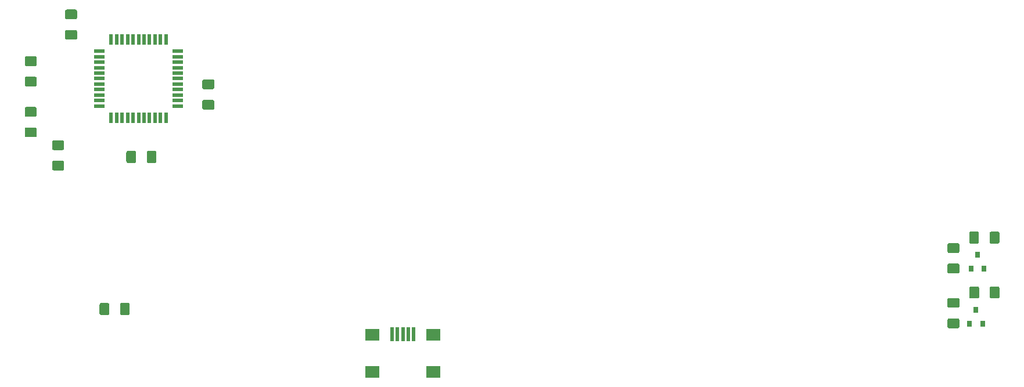
<source format=gbr>
G04 #@! TF.GenerationSoftware,KiCad,Pcbnew,(5.1.5)-2*
G04 #@! TF.CreationDate,2020-10-07T17:42:30-06:00*
G04 #@! TF.ProjectId,Pi-A3-Game-Console,50692d41-332d-4476-916d-652d436f6e73,rev?*
G04 #@! TF.SameCoordinates,Original*
G04 #@! TF.FileFunction,Paste,Bot*
G04 #@! TF.FilePolarity,Positive*
%FSLAX46Y46*%
G04 Gerber Fmt 4.6, Leading zero omitted, Abs format (unit mm)*
G04 Created by KiCad (PCBNEW (5.1.5)-2) date 2020-10-07 17:42:30*
%MOMM*%
%LPD*%
G04 APERTURE LIST*
%ADD10C,0.100000*%
%ADD11R,0.800000X0.900000*%
%ADD12R,0.500000X2.000000*%
%ADD13R,2.000000X1.700000*%
%ADD14R,1.500000X0.550000*%
%ADD15R,0.550000X1.500000*%
G04 APERTURE END LIST*
D10*
G36*
X188011504Y-102126204D02*
G01*
X188035773Y-102129804D01*
X188059571Y-102135765D01*
X188082671Y-102144030D01*
X188104849Y-102154520D01*
X188125893Y-102167133D01*
X188145598Y-102181747D01*
X188163777Y-102198223D01*
X188180253Y-102216402D01*
X188194867Y-102236107D01*
X188207480Y-102257151D01*
X188217970Y-102279329D01*
X188226235Y-102302429D01*
X188232196Y-102326227D01*
X188235796Y-102350496D01*
X188237000Y-102375000D01*
X188237000Y-103625000D01*
X188235796Y-103649504D01*
X188232196Y-103673773D01*
X188226235Y-103697571D01*
X188217970Y-103720671D01*
X188207480Y-103742849D01*
X188194867Y-103763893D01*
X188180253Y-103783598D01*
X188163777Y-103801777D01*
X188145598Y-103818253D01*
X188125893Y-103832867D01*
X188104849Y-103845480D01*
X188082671Y-103855970D01*
X188059571Y-103864235D01*
X188035773Y-103870196D01*
X188011504Y-103873796D01*
X187987000Y-103875000D01*
X187062000Y-103875000D01*
X187037496Y-103873796D01*
X187013227Y-103870196D01*
X186989429Y-103864235D01*
X186966329Y-103855970D01*
X186944151Y-103845480D01*
X186923107Y-103832867D01*
X186903402Y-103818253D01*
X186885223Y-103801777D01*
X186868747Y-103783598D01*
X186854133Y-103763893D01*
X186841520Y-103742849D01*
X186831030Y-103720671D01*
X186822765Y-103697571D01*
X186816804Y-103673773D01*
X186813204Y-103649504D01*
X186812000Y-103625000D01*
X186812000Y-102375000D01*
X186813204Y-102350496D01*
X186816804Y-102326227D01*
X186822765Y-102302429D01*
X186831030Y-102279329D01*
X186841520Y-102257151D01*
X186854133Y-102236107D01*
X186868747Y-102216402D01*
X186885223Y-102198223D01*
X186903402Y-102181747D01*
X186923107Y-102167133D01*
X186944151Y-102154520D01*
X186966329Y-102144030D01*
X186989429Y-102135765D01*
X187013227Y-102129804D01*
X187037496Y-102126204D01*
X187062000Y-102125000D01*
X187987000Y-102125000D01*
X188011504Y-102126204D01*
G37*
G36*
X190986504Y-102126204D02*
G01*
X191010773Y-102129804D01*
X191034571Y-102135765D01*
X191057671Y-102144030D01*
X191079849Y-102154520D01*
X191100893Y-102167133D01*
X191120598Y-102181747D01*
X191138777Y-102198223D01*
X191155253Y-102216402D01*
X191169867Y-102236107D01*
X191182480Y-102257151D01*
X191192970Y-102279329D01*
X191201235Y-102302429D01*
X191207196Y-102326227D01*
X191210796Y-102350496D01*
X191212000Y-102375000D01*
X191212000Y-103625000D01*
X191210796Y-103649504D01*
X191207196Y-103673773D01*
X191201235Y-103697571D01*
X191192970Y-103720671D01*
X191182480Y-103742849D01*
X191169867Y-103763893D01*
X191155253Y-103783598D01*
X191138777Y-103801777D01*
X191120598Y-103818253D01*
X191100893Y-103832867D01*
X191079849Y-103845480D01*
X191057671Y-103855970D01*
X191034571Y-103864235D01*
X191010773Y-103870196D01*
X190986504Y-103873796D01*
X190962000Y-103875000D01*
X190037000Y-103875000D01*
X190012496Y-103873796D01*
X189988227Y-103870196D01*
X189964429Y-103864235D01*
X189941329Y-103855970D01*
X189919151Y-103845480D01*
X189898107Y-103832867D01*
X189878402Y-103818253D01*
X189860223Y-103801777D01*
X189843747Y-103783598D01*
X189829133Y-103763893D01*
X189816520Y-103742849D01*
X189806030Y-103720671D01*
X189797765Y-103697571D01*
X189791804Y-103673773D01*
X189788204Y-103649504D01*
X189787000Y-103625000D01*
X189787000Y-102375000D01*
X189788204Y-102350496D01*
X189791804Y-102326227D01*
X189797765Y-102302429D01*
X189806030Y-102279329D01*
X189816520Y-102257151D01*
X189829133Y-102236107D01*
X189843747Y-102216402D01*
X189860223Y-102198223D01*
X189878402Y-102181747D01*
X189898107Y-102167133D01*
X189919151Y-102154520D01*
X189941329Y-102144030D01*
X189964429Y-102135765D01*
X189988227Y-102129804D01*
X190012496Y-102126204D01*
X190037000Y-102125000D01*
X190962000Y-102125000D01*
X190986504Y-102126204D01*
G37*
G36*
X187999504Y-94126204D02*
G01*
X188023773Y-94129804D01*
X188047571Y-94135765D01*
X188070671Y-94144030D01*
X188092849Y-94154520D01*
X188113893Y-94167133D01*
X188133598Y-94181747D01*
X188151777Y-94198223D01*
X188168253Y-94216402D01*
X188182867Y-94236107D01*
X188195480Y-94257151D01*
X188205970Y-94279329D01*
X188214235Y-94302429D01*
X188220196Y-94326227D01*
X188223796Y-94350496D01*
X188225000Y-94375000D01*
X188225000Y-95625000D01*
X188223796Y-95649504D01*
X188220196Y-95673773D01*
X188214235Y-95697571D01*
X188205970Y-95720671D01*
X188195480Y-95742849D01*
X188182867Y-95763893D01*
X188168253Y-95783598D01*
X188151777Y-95801777D01*
X188133598Y-95818253D01*
X188113893Y-95832867D01*
X188092849Y-95845480D01*
X188070671Y-95855970D01*
X188047571Y-95864235D01*
X188023773Y-95870196D01*
X187999504Y-95873796D01*
X187975000Y-95875000D01*
X187050000Y-95875000D01*
X187025496Y-95873796D01*
X187001227Y-95870196D01*
X186977429Y-95864235D01*
X186954329Y-95855970D01*
X186932151Y-95845480D01*
X186911107Y-95832867D01*
X186891402Y-95818253D01*
X186873223Y-95801777D01*
X186856747Y-95783598D01*
X186842133Y-95763893D01*
X186829520Y-95742849D01*
X186819030Y-95720671D01*
X186810765Y-95697571D01*
X186804804Y-95673773D01*
X186801204Y-95649504D01*
X186800000Y-95625000D01*
X186800000Y-94375000D01*
X186801204Y-94350496D01*
X186804804Y-94326227D01*
X186810765Y-94302429D01*
X186819030Y-94279329D01*
X186829520Y-94257151D01*
X186842133Y-94236107D01*
X186856747Y-94216402D01*
X186873223Y-94198223D01*
X186891402Y-94181747D01*
X186911107Y-94167133D01*
X186932151Y-94154520D01*
X186954329Y-94144030D01*
X186977429Y-94135765D01*
X187001227Y-94129804D01*
X187025496Y-94126204D01*
X187050000Y-94125000D01*
X187975000Y-94125000D01*
X187999504Y-94126204D01*
G37*
G36*
X190974504Y-94126204D02*
G01*
X190998773Y-94129804D01*
X191022571Y-94135765D01*
X191045671Y-94144030D01*
X191067849Y-94154520D01*
X191088893Y-94167133D01*
X191108598Y-94181747D01*
X191126777Y-94198223D01*
X191143253Y-94216402D01*
X191157867Y-94236107D01*
X191170480Y-94257151D01*
X191180970Y-94279329D01*
X191189235Y-94302429D01*
X191195196Y-94326227D01*
X191198796Y-94350496D01*
X191200000Y-94375000D01*
X191200000Y-95625000D01*
X191198796Y-95649504D01*
X191195196Y-95673773D01*
X191189235Y-95697571D01*
X191180970Y-95720671D01*
X191170480Y-95742849D01*
X191157867Y-95763893D01*
X191143253Y-95783598D01*
X191126777Y-95801777D01*
X191108598Y-95818253D01*
X191088893Y-95832867D01*
X191067849Y-95845480D01*
X191045671Y-95855970D01*
X191022571Y-95864235D01*
X190998773Y-95870196D01*
X190974504Y-95873796D01*
X190950000Y-95875000D01*
X190025000Y-95875000D01*
X190000496Y-95873796D01*
X189976227Y-95870196D01*
X189952429Y-95864235D01*
X189929329Y-95855970D01*
X189907151Y-95845480D01*
X189886107Y-95832867D01*
X189866402Y-95818253D01*
X189848223Y-95801777D01*
X189831747Y-95783598D01*
X189817133Y-95763893D01*
X189804520Y-95742849D01*
X189794030Y-95720671D01*
X189785765Y-95697571D01*
X189779804Y-95673773D01*
X189776204Y-95649504D01*
X189775000Y-95625000D01*
X189775000Y-94375000D01*
X189776204Y-94350496D01*
X189779804Y-94326227D01*
X189785765Y-94302429D01*
X189794030Y-94279329D01*
X189804520Y-94257151D01*
X189817133Y-94236107D01*
X189831747Y-94216402D01*
X189848223Y-94198223D01*
X189866402Y-94181747D01*
X189886107Y-94167133D01*
X189907151Y-94154520D01*
X189929329Y-94144030D01*
X189952429Y-94135765D01*
X189976227Y-94129804D01*
X190000496Y-94126204D01*
X190025000Y-94125000D01*
X190950000Y-94125000D01*
X190974504Y-94126204D01*
G37*
G36*
X185149504Y-106788204D02*
G01*
X185173773Y-106791804D01*
X185197571Y-106797765D01*
X185220671Y-106806030D01*
X185242849Y-106816520D01*
X185263893Y-106829133D01*
X185283598Y-106843747D01*
X185301777Y-106860223D01*
X185318253Y-106878402D01*
X185332867Y-106898107D01*
X185345480Y-106919151D01*
X185355970Y-106941329D01*
X185364235Y-106964429D01*
X185370196Y-106988227D01*
X185373796Y-107012496D01*
X185375000Y-107037000D01*
X185375000Y-107962000D01*
X185373796Y-107986504D01*
X185370196Y-108010773D01*
X185364235Y-108034571D01*
X185355970Y-108057671D01*
X185345480Y-108079849D01*
X185332867Y-108100893D01*
X185318253Y-108120598D01*
X185301777Y-108138777D01*
X185283598Y-108155253D01*
X185263893Y-108169867D01*
X185242849Y-108182480D01*
X185220671Y-108192970D01*
X185197571Y-108201235D01*
X185173773Y-108207196D01*
X185149504Y-108210796D01*
X185125000Y-108212000D01*
X183875000Y-108212000D01*
X183850496Y-108210796D01*
X183826227Y-108207196D01*
X183802429Y-108201235D01*
X183779329Y-108192970D01*
X183757151Y-108182480D01*
X183736107Y-108169867D01*
X183716402Y-108155253D01*
X183698223Y-108138777D01*
X183681747Y-108120598D01*
X183667133Y-108100893D01*
X183654520Y-108079849D01*
X183644030Y-108057671D01*
X183635765Y-108034571D01*
X183629804Y-108010773D01*
X183626204Y-107986504D01*
X183625000Y-107962000D01*
X183625000Y-107037000D01*
X183626204Y-107012496D01*
X183629804Y-106988227D01*
X183635765Y-106964429D01*
X183644030Y-106941329D01*
X183654520Y-106919151D01*
X183667133Y-106898107D01*
X183681747Y-106878402D01*
X183698223Y-106860223D01*
X183716402Y-106843747D01*
X183736107Y-106829133D01*
X183757151Y-106816520D01*
X183779329Y-106806030D01*
X183802429Y-106797765D01*
X183826227Y-106791804D01*
X183850496Y-106788204D01*
X183875000Y-106787000D01*
X185125000Y-106787000D01*
X185149504Y-106788204D01*
G37*
G36*
X185149504Y-103813204D02*
G01*
X185173773Y-103816804D01*
X185197571Y-103822765D01*
X185220671Y-103831030D01*
X185242849Y-103841520D01*
X185263893Y-103854133D01*
X185283598Y-103868747D01*
X185301777Y-103885223D01*
X185318253Y-103903402D01*
X185332867Y-103923107D01*
X185345480Y-103944151D01*
X185355970Y-103966329D01*
X185364235Y-103989429D01*
X185370196Y-104013227D01*
X185373796Y-104037496D01*
X185375000Y-104062000D01*
X185375000Y-104987000D01*
X185373796Y-105011504D01*
X185370196Y-105035773D01*
X185364235Y-105059571D01*
X185355970Y-105082671D01*
X185345480Y-105104849D01*
X185332867Y-105125893D01*
X185318253Y-105145598D01*
X185301777Y-105163777D01*
X185283598Y-105180253D01*
X185263893Y-105194867D01*
X185242849Y-105207480D01*
X185220671Y-105217970D01*
X185197571Y-105226235D01*
X185173773Y-105232196D01*
X185149504Y-105235796D01*
X185125000Y-105237000D01*
X183875000Y-105237000D01*
X183850496Y-105235796D01*
X183826227Y-105232196D01*
X183802429Y-105226235D01*
X183779329Y-105217970D01*
X183757151Y-105207480D01*
X183736107Y-105194867D01*
X183716402Y-105180253D01*
X183698223Y-105163777D01*
X183681747Y-105145598D01*
X183667133Y-105125893D01*
X183654520Y-105104849D01*
X183644030Y-105082671D01*
X183635765Y-105059571D01*
X183629804Y-105035773D01*
X183626204Y-105011504D01*
X183625000Y-104987000D01*
X183625000Y-104062000D01*
X183626204Y-104037496D01*
X183629804Y-104013227D01*
X183635765Y-103989429D01*
X183644030Y-103966329D01*
X183654520Y-103944151D01*
X183667133Y-103923107D01*
X183681747Y-103903402D01*
X183698223Y-103885223D01*
X183716402Y-103868747D01*
X183736107Y-103854133D01*
X183757151Y-103841520D01*
X183779329Y-103831030D01*
X183802429Y-103822765D01*
X183826227Y-103816804D01*
X183850496Y-103813204D01*
X183875000Y-103812000D01*
X185125000Y-103812000D01*
X185149504Y-103813204D01*
G37*
G36*
X185149504Y-98788704D02*
G01*
X185173773Y-98792304D01*
X185197571Y-98798265D01*
X185220671Y-98806530D01*
X185242849Y-98817020D01*
X185263893Y-98829633D01*
X185283598Y-98844247D01*
X185301777Y-98860723D01*
X185318253Y-98878902D01*
X185332867Y-98898607D01*
X185345480Y-98919651D01*
X185355970Y-98941829D01*
X185364235Y-98964929D01*
X185370196Y-98988727D01*
X185373796Y-99012996D01*
X185375000Y-99037500D01*
X185375000Y-99962500D01*
X185373796Y-99987004D01*
X185370196Y-100011273D01*
X185364235Y-100035071D01*
X185355970Y-100058171D01*
X185345480Y-100080349D01*
X185332867Y-100101393D01*
X185318253Y-100121098D01*
X185301777Y-100139277D01*
X185283598Y-100155753D01*
X185263893Y-100170367D01*
X185242849Y-100182980D01*
X185220671Y-100193470D01*
X185197571Y-100201735D01*
X185173773Y-100207696D01*
X185149504Y-100211296D01*
X185125000Y-100212500D01*
X183875000Y-100212500D01*
X183850496Y-100211296D01*
X183826227Y-100207696D01*
X183802429Y-100201735D01*
X183779329Y-100193470D01*
X183757151Y-100182980D01*
X183736107Y-100170367D01*
X183716402Y-100155753D01*
X183698223Y-100139277D01*
X183681747Y-100121098D01*
X183667133Y-100101393D01*
X183654520Y-100080349D01*
X183644030Y-100058171D01*
X183635765Y-100035071D01*
X183629804Y-100011273D01*
X183626204Y-99987004D01*
X183625000Y-99962500D01*
X183625000Y-99037500D01*
X183626204Y-99012996D01*
X183629804Y-98988727D01*
X183635765Y-98964929D01*
X183644030Y-98941829D01*
X183654520Y-98919651D01*
X183667133Y-98898607D01*
X183681747Y-98878902D01*
X183698223Y-98860723D01*
X183716402Y-98844247D01*
X183736107Y-98829633D01*
X183757151Y-98817020D01*
X183779329Y-98806530D01*
X183802429Y-98798265D01*
X183826227Y-98792304D01*
X183850496Y-98788704D01*
X183875000Y-98787500D01*
X185125000Y-98787500D01*
X185149504Y-98788704D01*
G37*
G36*
X185149504Y-95813704D02*
G01*
X185173773Y-95817304D01*
X185197571Y-95823265D01*
X185220671Y-95831530D01*
X185242849Y-95842020D01*
X185263893Y-95854633D01*
X185283598Y-95869247D01*
X185301777Y-95885723D01*
X185318253Y-95903902D01*
X185332867Y-95923607D01*
X185345480Y-95944651D01*
X185355970Y-95966829D01*
X185364235Y-95989929D01*
X185370196Y-96013727D01*
X185373796Y-96037996D01*
X185375000Y-96062500D01*
X185375000Y-96987500D01*
X185373796Y-97012004D01*
X185370196Y-97036273D01*
X185364235Y-97060071D01*
X185355970Y-97083171D01*
X185345480Y-97105349D01*
X185332867Y-97126393D01*
X185318253Y-97146098D01*
X185301777Y-97164277D01*
X185283598Y-97180753D01*
X185263893Y-97195367D01*
X185242849Y-97207980D01*
X185220671Y-97218470D01*
X185197571Y-97226735D01*
X185173773Y-97232696D01*
X185149504Y-97236296D01*
X185125000Y-97237500D01*
X183875000Y-97237500D01*
X183850496Y-97236296D01*
X183826227Y-97232696D01*
X183802429Y-97226735D01*
X183779329Y-97218470D01*
X183757151Y-97207980D01*
X183736107Y-97195367D01*
X183716402Y-97180753D01*
X183698223Y-97164277D01*
X183681747Y-97146098D01*
X183667133Y-97126393D01*
X183654520Y-97105349D01*
X183644030Y-97083171D01*
X183635765Y-97060071D01*
X183629804Y-97036273D01*
X183626204Y-97012004D01*
X183625000Y-96987500D01*
X183625000Y-96062500D01*
X183626204Y-96037996D01*
X183629804Y-96013727D01*
X183635765Y-95989929D01*
X183644030Y-95966829D01*
X183654520Y-95944651D01*
X183667133Y-95923607D01*
X183681747Y-95903902D01*
X183698223Y-95885723D01*
X183716402Y-95869247D01*
X183736107Y-95854633D01*
X183757151Y-95842020D01*
X183779329Y-95831530D01*
X183802429Y-95823265D01*
X183826227Y-95817304D01*
X183850496Y-95813704D01*
X183875000Y-95812500D01*
X185125000Y-95812500D01*
X185149504Y-95813704D01*
G37*
D11*
X187790000Y-105550000D03*
X186840000Y-107550000D03*
X188740000Y-107550000D03*
X188000000Y-97500000D03*
X187050000Y-99500000D03*
X188950000Y-99500000D03*
D12*
X105840000Y-109050000D03*
X105040000Y-109050000D03*
X104240000Y-109050000D03*
X103440000Y-109050000D03*
X102640000Y-109050000D03*
D13*
X108690000Y-109150000D03*
X108690000Y-114600000D03*
X99790000Y-109150000D03*
X99790000Y-114600000D03*
D10*
G36*
X61229504Y-104536204D02*
G01*
X61253773Y-104539804D01*
X61277571Y-104545765D01*
X61300671Y-104554030D01*
X61322849Y-104564520D01*
X61343893Y-104577133D01*
X61363598Y-104591747D01*
X61381777Y-104608223D01*
X61398253Y-104626402D01*
X61412867Y-104646107D01*
X61425480Y-104667151D01*
X61435970Y-104689329D01*
X61444235Y-104712429D01*
X61450196Y-104736227D01*
X61453796Y-104760496D01*
X61455000Y-104785000D01*
X61455000Y-106035000D01*
X61453796Y-106059504D01*
X61450196Y-106083773D01*
X61444235Y-106107571D01*
X61435970Y-106130671D01*
X61425480Y-106152849D01*
X61412867Y-106173893D01*
X61398253Y-106193598D01*
X61381777Y-106211777D01*
X61363598Y-106228253D01*
X61343893Y-106242867D01*
X61322849Y-106255480D01*
X61300671Y-106265970D01*
X61277571Y-106274235D01*
X61253773Y-106280196D01*
X61229504Y-106283796D01*
X61205000Y-106285000D01*
X60280000Y-106285000D01*
X60255496Y-106283796D01*
X60231227Y-106280196D01*
X60207429Y-106274235D01*
X60184329Y-106265970D01*
X60162151Y-106255480D01*
X60141107Y-106242867D01*
X60121402Y-106228253D01*
X60103223Y-106211777D01*
X60086747Y-106193598D01*
X60072133Y-106173893D01*
X60059520Y-106152849D01*
X60049030Y-106130671D01*
X60040765Y-106107571D01*
X60034804Y-106083773D01*
X60031204Y-106059504D01*
X60030000Y-106035000D01*
X60030000Y-104785000D01*
X60031204Y-104760496D01*
X60034804Y-104736227D01*
X60040765Y-104712429D01*
X60049030Y-104689329D01*
X60059520Y-104667151D01*
X60072133Y-104646107D01*
X60086747Y-104626402D01*
X60103223Y-104608223D01*
X60121402Y-104591747D01*
X60141107Y-104577133D01*
X60162151Y-104564520D01*
X60184329Y-104554030D01*
X60207429Y-104545765D01*
X60231227Y-104539804D01*
X60255496Y-104536204D01*
X60280000Y-104535000D01*
X61205000Y-104535000D01*
X61229504Y-104536204D01*
G37*
G36*
X64204504Y-104536204D02*
G01*
X64228773Y-104539804D01*
X64252571Y-104545765D01*
X64275671Y-104554030D01*
X64297849Y-104564520D01*
X64318893Y-104577133D01*
X64338598Y-104591747D01*
X64356777Y-104608223D01*
X64373253Y-104626402D01*
X64387867Y-104646107D01*
X64400480Y-104667151D01*
X64410970Y-104689329D01*
X64419235Y-104712429D01*
X64425196Y-104736227D01*
X64428796Y-104760496D01*
X64430000Y-104785000D01*
X64430000Y-106035000D01*
X64428796Y-106059504D01*
X64425196Y-106083773D01*
X64419235Y-106107571D01*
X64410970Y-106130671D01*
X64400480Y-106152849D01*
X64387867Y-106173893D01*
X64373253Y-106193598D01*
X64356777Y-106211777D01*
X64338598Y-106228253D01*
X64318893Y-106242867D01*
X64297849Y-106255480D01*
X64275671Y-106265970D01*
X64252571Y-106274235D01*
X64228773Y-106280196D01*
X64204504Y-106283796D01*
X64180000Y-106285000D01*
X63255000Y-106285000D01*
X63230496Y-106283796D01*
X63206227Y-106280196D01*
X63182429Y-106274235D01*
X63159329Y-106265970D01*
X63137151Y-106255480D01*
X63116107Y-106242867D01*
X63096402Y-106228253D01*
X63078223Y-106211777D01*
X63061747Y-106193598D01*
X63047133Y-106173893D01*
X63034520Y-106152849D01*
X63024030Y-106130671D01*
X63015765Y-106107571D01*
X63009804Y-106083773D01*
X63006204Y-106059504D01*
X63005000Y-106035000D01*
X63005000Y-104785000D01*
X63006204Y-104760496D01*
X63009804Y-104736227D01*
X63015765Y-104712429D01*
X63024030Y-104689329D01*
X63034520Y-104667151D01*
X63047133Y-104646107D01*
X63061747Y-104626402D01*
X63078223Y-104608223D01*
X63096402Y-104591747D01*
X63116107Y-104577133D01*
X63137151Y-104564520D01*
X63159329Y-104554030D01*
X63182429Y-104545765D01*
X63206227Y-104539804D01*
X63230496Y-104536204D01*
X63255000Y-104535000D01*
X64180000Y-104535000D01*
X64204504Y-104536204D01*
G37*
G36*
X54649504Y-80788704D02*
G01*
X54673773Y-80792304D01*
X54697571Y-80798265D01*
X54720671Y-80806530D01*
X54742849Y-80817020D01*
X54763893Y-80829633D01*
X54783598Y-80844247D01*
X54801777Y-80860723D01*
X54818253Y-80878902D01*
X54832867Y-80898607D01*
X54845480Y-80919651D01*
X54855970Y-80941829D01*
X54864235Y-80964929D01*
X54870196Y-80988727D01*
X54873796Y-81012996D01*
X54875000Y-81037500D01*
X54875000Y-81962500D01*
X54873796Y-81987004D01*
X54870196Y-82011273D01*
X54864235Y-82035071D01*
X54855970Y-82058171D01*
X54845480Y-82080349D01*
X54832867Y-82101393D01*
X54818253Y-82121098D01*
X54801777Y-82139277D01*
X54783598Y-82155753D01*
X54763893Y-82170367D01*
X54742849Y-82182980D01*
X54720671Y-82193470D01*
X54697571Y-82201735D01*
X54673773Y-82207696D01*
X54649504Y-82211296D01*
X54625000Y-82212500D01*
X53375000Y-82212500D01*
X53350496Y-82211296D01*
X53326227Y-82207696D01*
X53302429Y-82201735D01*
X53279329Y-82193470D01*
X53257151Y-82182980D01*
X53236107Y-82170367D01*
X53216402Y-82155753D01*
X53198223Y-82139277D01*
X53181747Y-82121098D01*
X53167133Y-82101393D01*
X53154520Y-82080349D01*
X53144030Y-82058171D01*
X53135765Y-82035071D01*
X53129804Y-82011273D01*
X53126204Y-81987004D01*
X53125000Y-81962500D01*
X53125000Y-81037500D01*
X53126204Y-81012996D01*
X53129804Y-80988727D01*
X53135765Y-80964929D01*
X53144030Y-80941829D01*
X53154520Y-80919651D01*
X53167133Y-80898607D01*
X53181747Y-80878902D01*
X53198223Y-80860723D01*
X53216402Y-80844247D01*
X53236107Y-80829633D01*
X53257151Y-80817020D01*
X53279329Y-80806530D01*
X53302429Y-80798265D01*
X53326227Y-80792304D01*
X53350496Y-80788704D01*
X53375000Y-80787500D01*
X54625000Y-80787500D01*
X54649504Y-80788704D01*
G37*
G36*
X54649504Y-83763704D02*
G01*
X54673773Y-83767304D01*
X54697571Y-83773265D01*
X54720671Y-83781530D01*
X54742849Y-83792020D01*
X54763893Y-83804633D01*
X54783598Y-83819247D01*
X54801777Y-83835723D01*
X54818253Y-83853902D01*
X54832867Y-83873607D01*
X54845480Y-83894651D01*
X54855970Y-83916829D01*
X54864235Y-83939929D01*
X54870196Y-83963727D01*
X54873796Y-83987996D01*
X54875000Y-84012500D01*
X54875000Y-84937500D01*
X54873796Y-84962004D01*
X54870196Y-84986273D01*
X54864235Y-85010071D01*
X54855970Y-85033171D01*
X54845480Y-85055349D01*
X54832867Y-85076393D01*
X54818253Y-85096098D01*
X54801777Y-85114277D01*
X54783598Y-85130753D01*
X54763893Y-85145367D01*
X54742849Y-85157980D01*
X54720671Y-85168470D01*
X54697571Y-85176735D01*
X54673773Y-85182696D01*
X54649504Y-85186296D01*
X54625000Y-85187500D01*
X53375000Y-85187500D01*
X53350496Y-85186296D01*
X53326227Y-85182696D01*
X53302429Y-85176735D01*
X53279329Y-85168470D01*
X53257151Y-85157980D01*
X53236107Y-85145367D01*
X53216402Y-85130753D01*
X53198223Y-85114277D01*
X53181747Y-85096098D01*
X53167133Y-85076393D01*
X53154520Y-85055349D01*
X53144030Y-85033171D01*
X53135765Y-85010071D01*
X53129804Y-84986273D01*
X53126204Y-84962004D01*
X53125000Y-84937500D01*
X53125000Y-84012500D01*
X53126204Y-83987996D01*
X53129804Y-83963727D01*
X53135765Y-83939929D01*
X53144030Y-83916829D01*
X53154520Y-83894651D01*
X53167133Y-83873607D01*
X53181747Y-83853902D01*
X53198223Y-83835723D01*
X53216402Y-83819247D01*
X53236107Y-83804633D01*
X53257151Y-83792020D01*
X53279329Y-83781530D01*
X53302429Y-83773265D01*
X53326227Y-83767304D01*
X53350496Y-83763704D01*
X53375000Y-83762500D01*
X54625000Y-83762500D01*
X54649504Y-83763704D01*
G37*
G36*
X56529504Y-64693704D02*
G01*
X56553773Y-64697304D01*
X56577571Y-64703265D01*
X56600671Y-64711530D01*
X56622849Y-64722020D01*
X56643893Y-64734633D01*
X56663598Y-64749247D01*
X56681777Y-64765723D01*
X56698253Y-64783902D01*
X56712867Y-64803607D01*
X56725480Y-64824651D01*
X56735970Y-64846829D01*
X56744235Y-64869929D01*
X56750196Y-64893727D01*
X56753796Y-64917996D01*
X56755000Y-64942500D01*
X56755000Y-65867500D01*
X56753796Y-65892004D01*
X56750196Y-65916273D01*
X56744235Y-65940071D01*
X56735970Y-65963171D01*
X56725480Y-65985349D01*
X56712867Y-66006393D01*
X56698253Y-66026098D01*
X56681777Y-66044277D01*
X56663598Y-66060753D01*
X56643893Y-66075367D01*
X56622849Y-66087980D01*
X56600671Y-66098470D01*
X56577571Y-66106735D01*
X56553773Y-66112696D01*
X56529504Y-66116296D01*
X56505000Y-66117500D01*
X55255000Y-66117500D01*
X55230496Y-66116296D01*
X55206227Y-66112696D01*
X55182429Y-66106735D01*
X55159329Y-66098470D01*
X55137151Y-66087980D01*
X55116107Y-66075367D01*
X55096402Y-66060753D01*
X55078223Y-66044277D01*
X55061747Y-66026098D01*
X55047133Y-66006393D01*
X55034520Y-65985349D01*
X55024030Y-65963171D01*
X55015765Y-65940071D01*
X55009804Y-65916273D01*
X55006204Y-65892004D01*
X55005000Y-65867500D01*
X55005000Y-64942500D01*
X55006204Y-64917996D01*
X55009804Y-64893727D01*
X55015765Y-64869929D01*
X55024030Y-64846829D01*
X55034520Y-64824651D01*
X55047133Y-64803607D01*
X55061747Y-64783902D01*
X55078223Y-64765723D01*
X55096402Y-64749247D01*
X55116107Y-64734633D01*
X55137151Y-64722020D01*
X55159329Y-64711530D01*
X55182429Y-64703265D01*
X55206227Y-64697304D01*
X55230496Y-64693704D01*
X55255000Y-64692500D01*
X56505000Y-64692500D01*
X56529504Y-64693704D01*
G37*
G36*
X56529504Y-61718704D02*
G01*
X56553773Y-61722304D01*
X56577571Y-61728265D01*
X56600671Y-61736530D01*
X56622849Y-61747020D01*
X56643893Y-61759633D01*
X56663598Y-61774247D01*
X56681777Y-61790723D01*
X56698253Y-61808902D01*
X56712867Y-61828607D01*
X56725480Y-61849651D01*
X56735970Y-61871829D01*
X56744235Y-61894929D01*
X56750196Y-61918727D01*
X56753796Y-61942996D01*
X56755000Y-61967500D01*
X56755000Y-62892500D01*
X56753796Y-62917004D01*
X56750196Y-62941273D01*
X56744235Y-62965071D01*
X56735970Y-62988171D01*
X56725480Y-63010349D01*
X56712867Y-63031393D01*
X56698253Y-63051098D01*
X56681777Y-63069277D01*
X56663598Y-63085753D01*
X56643893Y-63100367D01*
X56622849Y-63112980D01*
X56600671Y-63123470D01*
X56577571Y-63131735D01*
X56553773Y-63137696D01*
X56529504Y-63141296D01*
X56505000Y-63142500D01*
X55255000Y-63142500D01*
X55230496Y-63141296D01*
X55206227Y-63137696D01*
X55182429Y-63131735D01*
X55159329Y-63123470D01*
X55137151Y-63112980D01*
X55116107Y-63100367D01*
X55096402Y-63085753D01*
X55078223Y-63069277D01*
X55061747Y-63051098D01*
X55047133Y-63031393D01*
X55034520Y-63010349D01*
X55024030Y-62988171D01*
X55015765Y-62965071D01*
X55009804Y-62941273D01*
X55006204Y-62917004D01*
X55005000Y-62892500D01*
X55005000Y-61967500D01*
X55006204Y-61942996D01*
X55009804Y-61918727D01*
X55015765Y-61894929D01*
X55024030Y-61871829D01*
X55034520Y-61849651D01*
X55047133Y-61828607D01*
X55061747Y-61808902D01*
X55078223Y-61790723D01*
X55096402Y-61774247D01*
X55116107Y-61759633D01*
X55137151Y-61747020D01*
X55159329Y-61736530D01*
X55182429Y-61728265D01*
X55206227Y-61722304D01*
X55230496Y-61718704D01*
X55255000Y-61717500D01*
X56505000Y-61717500D01*
X56529504Y-61718704D01*
G37*
G36*
X68107004Y-82346204D02*
G01*
X68131273Y-82349804D01*
X68155071Y-82355765D01*
X68178171Y-82364030D01*
X68200349Y-82374520D01*
X68221393Y-82387133D01*
X68241098Y-82401747D01*
X68259277Y-82418223D01*
X68275753Y-82436402D01*
X68290367Y-82456107D01*
X68302980Y-82477151D01*
X68313470Y-82499329D01*
X68321735Y-82522429D01*
X68327696Y-82546227D01*
X68331296Y-82570496D01*
X68332500Y-82595000D01*
X68332500Y-83845000D01*
X68331296Y-83869504D01*
X68327696Y-83893773D01*
X68321735Y-83917571D01*
X68313470Y-83940671D01*
X68302980Y-83962849D01*
X68290367Y-83983893D01*
X68275753Y-84003598D01*
X68259277Y-84021777D01*
X68241098Y-84038253D01*
X68221393Y-84052867D01*
X68200349Y-84065480D01*
X68178171Y-84075970D01*
X68155071Y-84084235D01*
X68131273Y-84090196D01*
X68107004Y-84093796D01*
X68082500Y-84095000D01*
X67157500Y-84095000D01*
X67132996Y-84093796D01*
X67108727Y-84090196D01*
X67084929Y-84084235D01*
X67061829Y-84075970D01*
X67039651Y-84065480D01*
X67018607Y-84052867D01*
X66998902Y-84038253D01*
X66980723Y-84021777D01*
X66964247Y-84003598D01*
X66949633Y-83983893D01*
X66937020Y-83962849D01*
X66926530Y-83940671D01*
X66918265Y-83917571D01*
X66912304Y-83893773D01*
X66908704Y-83869504D01*
X66907500Y-83845000D01*
X66907500Y-82595000D01*
X66908704Y-82570496D01*
X66912304Y-82546227D01*
X66918265Y-82522429D01*
X66926530Y-82499329D01*
X66937020Y-82477151D01*
X66949633Y-82456107D01*
X66964247Y-82436402D01*
X66980723Y-82418223D01*
X66998902Y-82401747D01*
X67018607Y-82387133D01*
X67039651Y-82374520D01*
X67061829Y-82364030D01*
X67084929Y-82355765D01*
X67108727Y-82349804D01*
X67132996Y-82346204D01*
X67157500Y-82345000D01*
X68082500Y-82345000D01*
X68107004Y-82346204D01*
G37*
G36*
X65132004Y-82346204D02*
G01*
X65156273Y-82349804D01*
X65180071Y-82355765D01*
X65203171Y-82364030D01*
X65225349Y-82374520D01*
X65246393Y-82387133D01*
X65266098Y-82401747D01*
X65284277Y-82418223D01*
X65300753Y-82436402D01*
X65315367Y-82456107D01*
X65327980Y-82477151D01*
X65338470Y-82499329D01*
X65346735Y-82522429D01*
X65352696Y-82546227D01*
X65356296Y-82570496D01*
X65357500Y-82595000D01*
X65357500Y-83845000D01*
X65356296Y-83869504D01*
X65352696Y-83893773D01*
X65346735Y-83917571D01*
X65338470Y-83940671D01*
X65327980Y-83962849D01*
X65315367Y-83983893D01*
X65300753Y-84003598D01*
X65284277Y-84021777D01*
X65266098Y-84038253D01*
X65246393Y-84052867D01*
X65225349Y-84065480D01*
X65203171Y-84075970D01*
X65180071Y-84084235D01*
X65156273Y-84090196D01*
X65132004Y-84093796D01*
X65107500Y-84095000D01*
X64182500Y-84095000D01*
X64157996Y-84093796D01*
X64133727Y-84090196D01*
X64109929Y-84084235D01*
X64086829Y-84075970D01*
X64064651Y-84065480D01*
X64043607Y-84052867D01*
X64023902Y-84038253D01*
X64005723Y-84021777D01*
X63989247Y-84003598D01*
X63974633Y-83983893D01*
X63962020Y-83962849D01*
X63951530Y-83940671D01*
X63943265Y-83917571D01*
X63937304Y-83893773D01*
X63933704Y-83869504D01*
X63932500Y-83845000D01*
X63932500Y-82595000D01*
X63933704Y-82570496D01*
X63937304Y-82546227D01*
X63943265Y-82522429D01*
X63951530Y-82499329D01*
X63962020Y-82477151D01*
X63974633Y-82456107D01*
X63989247Y-82436402D01*
X64005723Y-82418223D01*
X64023902Y-82401747D01*
X64043607Y-82387133D01*
X64064651Y-82374520D01*
X64086829Y-82364030D01*
X64109929Y-82355765D01*
X64133727Y-82349804D01*
X64157996Y-82346204D01*
X64182500Y-82345000D01*
X65107500Y-82345000D01*
X65132004Y-82346204D01*
G37*
G36*
X76524504Y-74888704D02*
G01*
X76548773Y-74892304D01*
X76572571Y-74898265D01*
X76595671Y-74906530D01*
X76617849Y-74917020D01*
X76638893Y-74929633D01*
X76658598Y-74944247D01*
X76676777Y-74960723D01*
X76693253Y-74978902D01*
X76707867Y-74998607D01*
X76720480Y-75019651D01*
X76730970Y-75041829D01*
X76739235Y-75064929D01*
X76745196Y-75088727D01*
X76748796Y-75112996D01*
X76750000Y-75137500D01*
X76750000Y-76062500D01*
X76748796Y-76087004D01*
X76745196Y-76111273D01*
X76739235Y-76135071D01*
X76730970Y-76158171D01*
X76720480Y-76180349D01*
X76707867Y-76201393D01*
X76693253Y-76221098D01*
X76676777Y-76239277D01*
X76658598Y-76255753D01*
X76638893Y-76270367D01*
X76617849Y-76282980D01*
X76595671Y-76293470D01*
X76572571Y-76301735D01*
X76548773Y-76307696D01*
X76524504Y-76311296D01*
X76500000Y-76312500D01*
X75250000Y-76312500D01*
X75225496Y-76311296D01*
X75201227Y-76307696D01*
X75177429Y-76301735D01*
X75154329Y-76293470D01*
X75132151Y-76282980D01*
X75111107Y-76270367D01*
X75091402Y-76255753D01*
X75073223Y-76239277D01*
X75056747Y-76221098D01*
X75042133Y-76201393D01*
X75029520Y-76180349D01*
X75019030Y-76158171D01*
X75010765Y-76135071D01*
X75004804Y-76111273D01*
X75001204Y-76087004D01*
X75000000Y-76062500D01*
X75000000Y-75137500D01*
X75001204Y-75112996D01*
X75004804Y-75088727D01*
X75010765Y-75064929D01*
X75019030Y-75041829D01*
X75029520Y-75019651D01*
X75042133Y-74998607D01*
X75056747Y-74978902D01*
X75073223Y-74960723D01*
X75091402Y-74944247D01*
X75111107Y-74929633D01*
X75132151Y-74917020D01*
X75154329Y-74906530D01*
X75177429Y-74898265D01*
X75201227Y-74892304D01*
X75225496Y-74888704D01*
X75250000Y-74887500D01*
X76500000Y-74887500D01*
X76524504Y-74888704D01*
G37*
G36*
X76524504Y-71913704D02*
G01*
X76548773Y-71917304D01*
X76572571Y-71923265D01*
X76595671Y-71931530D01*
X76617849Y-71942020D01*
X76638893Y-71954633D01*
X76658598Y-71969247D01*
X76676777Y-71985723D01*
X76693253Y-72003902D01*
X76707867Y-72023607D01*
X76720480Y-72044651D01*
X76730970Y-72066829D01*
X76739235Y-72089929D01*
X76745196Y-72113727D01*
X76748796Y-72137996D01*
X76750000Y-72162500D01*
X76750000Y-73087500D01*
X76748796Y-73112004D01*
X76745196Y-73136273D01*
X76739235Y-73160071D01*
X76730970Y-73183171D01*
X76720480Y-73205349D01*
X76707867Y-73226393D01*
X76693253Y-73246098D01*
X76676777Y-73264277D01*
X76658598Y-73280753D01*
X76638893Y-73295367D01*
X76617849Y-73307980D01*
X76595671Y-73318470D01*
X76572571Y-73326735D01*
X76548773Y-73332696D01*
X76524504Y-73336296D01*
X76500000Y-73337500D01*
X75250000Y-73337500D01*
X75225496Y-73336296D01*
X75201227Y-73332696D01*
X75177429Y-73326735D01*
X75154329Y-73318470D01*
X75132151Y-73307980D01*
X75111107Y-73295367D01*
X75091402Y-73280753D01*
X75073223Y-73264277D01*
X75056747Y-73246098D01*
X75042133Y-73226393D01*
X75029520Y-73205349D01*
X75019030Y-73183171D01*
X75010765Y-73160071D01*
X75004804Y-73136273D01*
X75001204Y-73112004D01*
X75000000Y-73087500D01*
X75000000Y-72162500D01*
X75001204Y-72137996D01*
X75004804Y-72113727D01*
X75010765Y-72089929D01*
X75019030Y-72066829D01*
X75029520Y-72044651D01*
X75042133Y-72023607D01*
X75056747Y-72003902D01*
X75073223Y-71985723D01*
X75091402Y-71969247D01*
X75111107Y-71954633D01*
X75132151Y-71942020D01*
X75154329Y-71931530D01*
X75177429Y-71923265D01*
X75201227Y-71917304D01*
X75225496Y-71913704D01*
X75250000Y-71912500D01*
X76500000Y-71912500D01*
X76524504Y-71913704D01*
G37*
G36*
X50649504Y-78916204D02*
G01*
X50673773Y-78919804D01*
X50697571Y-78925765D01*
X50720671Y-78934030D01*
X50742849Y-78944520D01*
X50763893Y-78957133D01*
X50783598Y-78971747D01*
X50801777Y-78988223D01*
X50818253Y-79006402D01*
X50832867Y-79026107D01*
X50845480Y-79047151D01*
X50855970Y-79069329D01*
X50864235Y-79092429D01*
X50870196Y-79116227D01*
X50873796Y-79140496D01*
X50875000Y-79165000D01*
X50875000Y-80090000D01*
X50873796Y-80114504D01*
X50870196Y-80138773D01*
X50864235Y-80162571D01*
X50855970Y-80185671D01*
X50845480Y-80207849D01*
X50832867Y-80228893D01*
X50818253Y-80248598D01*
X50801777Y-80266777D01*
X50783598Y-80283253D01*
X50763893Y-80297867D01*
X50742849Y-80310480D01*
X50720671Y-80320970D01*
X50697571Y-80329235D01*
X50673773Y-80335196D01*
X50649504Y-80338796D01*
X50625000Y-80340000D01*
X49375000Y-80340000D01*
X49350496Y-80338796D01*
X49326227Y-80335196D01*
X49302429Y-80329235D01*
X49279329Y-80320970D01*
X49257151Y-80310480D01*
X49236107Y-80297867D01*
X49216402Y-80283253D01*
X49198223Y-80266777D01*
X49181747Y-80248598D01*
X49167133Y-80228893D01*
X49154520Y-80207849D01*
X49144030Y-80185671D01*
X49135765Y-80162571D01*
X49129804Y-80138773D01*
X49126204Y-80114504D01*
X49125000Y-80090000D01*
X49125000Y-79165000D01*
X49126204Y-79140496D01*
X49129804Y-79116227D01*
X49135765Y-79092429D01*
X49144030Y-79069329D01*
X49154520Y-79047151D01*
X49167133Y-79026107D01*
X49181747Y-79006402D01*
X49198223Y-78988223D01*
X49216402Y-78971747D01*
X49236107Y-78957133D01*
X49257151Y-78944520D01*
X49279329Y-78934030D01*
X49302429Y-78925765D01*
X49326227Y-78919804D01*
X49350496Y-78916204D01*
X49375000Y-78915000D01*
X50625000Y-78915000D01*
X50649504Y-78916204D01*
G37*
G36*
X50649504Y-75941204D02*
G01*
X50673773Y-75944804D01*
X50697571Y-75950765D01*
X50720671Y-75959030D01*
X50742849Y-75969520D01*
X50763893Y-75982133D01*
X50783598Y-75996747D01*
X50801777Y-76013223D01*
X50818253Y-76031402D01*
X50832867Y-76051107D01*
X50845480Y-76072151D01*
X50855970Y-76094329D01*
X50864235Y-76117429D01*
X50870196Y-76141227D01*
X50873796Y-76165496D01*
X50875000Y-76190000D01*
X50875000Y-77115000D01*
X50873796Y-77139504D01*
X50870196Y-77163773D01*
X50864235Y-77187571D01*
X50855970Y-77210671D01*
X50845480Y-77232849D01*
X50832867Y-77253893D01*
X50818253Y-77273598D01*
X50801777Y-77291777D01*
X50783598Y-77308253D01*
X50763893Y-77322867D01*
X50742849Y-77335480D01*
X50720671Y-77345970D01*
X50697571Y-77354235D01*
X50673773Y-77360196D01*
X50649504Y-77363796D01*
X50625000Y-77365000D01*
X49375000Y-77365000D01*
X49350496Y-77363796D01*
X49326227Y-77360196D01*
X49302429Y-77354235D01*
X49279329Y-77345970D01*
X49257151Y-77335480D01*
X49236107Y-77322867D01*
X49216402Y-77308253D01*
X49198223Y-77291777D01*
X49181747Y-77273598D01*
X49167133Y-77253893D01*
X49154520Y-77232849D01*
X49144030Y-77210671D01*
X49135765Y-77187571D01*
X49129804Y-77163773D01*
X49126204Y-77139504D01*
X49125000Y-77115000D01*
X49125000Y-76190000D01*
X49126204Y-76165496D01*
X49129804Y-76141227D01*
X49135765Y-76117429D01*
X49144030Y-76094329D01*
X49154520Y-76072151D01*
X49167133Y-76051107D01*
X49181747Y-76031402D01*
X49198223Y-76013223D01*
X49216402Y-75996747D01*
X49236107Y-75982133D01*
X49257151Y-75969520D01*
X49279329Y-75959030D01*
X49302429Y-75950765D01*
X49326227Y-75944804D01*
X49350496Y-75941204D01*
X49375000Y-75940000D01*
X50625000Y-75940000D01*
X50649504Y-75941204D01*
G37*
G36*
X50649504Y-68538704D02*
G01*
X50673773Y-68542304D01*
X50697571Y-68548265D01*
X50720671Y-68556530D01*
X50742849Y-68567020D01*
X50763893Y-68579633D01*
X50783598Y-68594247D01*
X50801777Y-68610723D01*
X50818253Y-68628902D01*
X50832867Y-68648607D01*
X50845480Y-68669651D01*
X50855970Y-68691829D01*
X50864235Y-68714929D01*
X50870196Y-68738727D01*
X50873796Y-68762996D01*
X50875000Y-68787500D01*
X50875000Y-69712500D01*
X50873796Y-69737004D01*
X50870196Y-69761273D01*
X50864235Y-69785071D01*
X50855970Y-69808171D01*
X50845480Y-69830349D01*
X50832867Y-69851393D01*
X50818253Y-69871098D01*
X50801777Y-69889277D01*
X50783598Y-69905753D01*
X50763893Y-69920367D01*
X50742849Y-69932980D01*
X50720671Y-69943470D01*
X50697571Y-69951735D01*
X50673773Y-69957696D01*
X50649504Y-69961296D01*
X50625000Y-69962500D01*
X49375000Y-69962500D01*
X49350496Y-69961296D01*
X49326227Y-69957696D01*
X49302429Y-69951735D01*
X49279329Y-69943470D01*
X49257151Y-69932980D01*
X49236107Y-69920367D01*
X49216402Y-69905753D01*
X49198223Y-69889277D01*
X49181747Y-69871098D01*
X49167133Y-69851393D01*
X49154520Y-69830349D01*
X49144030Y-69808171D01*
X49135765Y-69785071D01*
X49129804Y-69761273D01*
X49126204Y-69737004D01*
X49125000Y-69712500D01*
X49125000Y-68787500D01*
X49126204Y-68762996D01*
X49129804Y-68738727D01*
X49135765Y-68714929D01*
X49144030Y-68691829D01*
X49154520Y-68669651D01*
X49167133Y-68648607D01*
X49181747Y-68628902D01*
X49198223Y-68610723D01*
X49216402Y-68594247D01*
X49236107Y-68579633D01*
X49257151Y-68567020D01*
X49279329Y-68556530D01*
X49302429Y-68548265D01*
X49326227Y-68542304D01*
X49350496Y-68538704D01*
X49375000Y-68537500D01*
X50625000Y-68537500D01*
X50649504Y-68538704D01*
G37*
G36*
X50649504Y-71513704D02*
G01*
X50673773Y-71517304D01*
X50697571Y-71523265D01*
X50720671Y-71531530D01*
X50742849Y-71542020D01*
X50763893Y-71554633D01*
X50783598Y-71569247D01*
X50801777Y-71585723D01*
X50818253Y-71603902D01*
X50832867Y-71623607D01*
X50845480Y-71644651D01*
X50855970Y-71666829D01*
X50864235Y-71689929D01*
X50870196Y-71713727D01*
X50873796Y-71737996D01*
X50875000Y-71762500D01*
X50875000Y-72687500D01*
X50873796Y-72712004D01*
X50870196Y-72736273D01*
X50864235Y-72760071D01*
X50855970Y-72783171D01*
X50845480Y-72805349D01*
X50832867Y-72826393D01*
X50818253Y-72846098D01*
X50801777Y-72864277D01*
X50783598Y-72880753D01*
X50763893Y-72895367D01*
X50742849Y-72907980D01*
X50720671Y-72918470D01*
X50697571Y-72926735D01*
X50673773Y-72932696D01*
X50649504Y-72936296D01*
X50625000Y-72937500D01*
X49375000Y-72937500D01*
X49350496Y-72936296D01*
X49326227Y-72932696D01*
X49302429Y-72926735D01*
X49279329Y-72918470D01*
X49257151Y-72907980D01*
X49236107Y-72895367D01*
X49216402Y-72880753D01*
X49198223Y-72864277D01*
X49181747Y-72846098D01*
X49167133Y-72826393D01*
X49154520Y-72805349D01*
X49144030Y-72783171D01*
X49135765Y-72760071D01*
X49129804Y-72736273D01*
X49126204Y-72712004D01*
X49125000Y-72687500D01*
X49125000Y-71762500D01*
X49126204Y-71737996D01*
X49129804Y-71713727D01*
X49135765Y-71689929D01*
X49144030Y-71666829D01*
X49154520Y-71644651D01*
X49167133Y-71623607D01*
X49181747Y-71603902D01*
X49198223Y-71585723D01*
X49216402Y-71569247D01*
X49236107Y-71554633D01*
X49257151Y-71542020D01*
X49279329Y-71531530D01*
X49302429Y-71523265D01*
X49326227Y-71517304D01*
X49350496Y-71513704D01*
X49375000Y-71512500D01*
X50625000Y-71512500D01*
X50649504Y-71513704D01*
G37*
D14*
X71415000Y-75790000D03*
X71415000Y-74990000D03*
X71415000Y-74190000D03*
X71415000Y-73390000D03*
X71415000Y-72590000D03*
X71415000Y-71790000D03*
X71415000Y-70990000D03*
X71415000Y-70190000D03*
X71415000Y-69390000D03*
X71415000Y-68590000D03*
X71415000Y-67790000D03*
D15*
X69715000Y-66090000D03*
X68915000Y-66090000D03*
X68115000Y-66090000D03*
X67315000Y-66090000D03*
X66515000Y-66090000D03*
X65715000Y-66090000D03*
X64915000Y-66090000D03*
X64115000Y-66090000D03*
X63315000Y-66090000D03*
X62515000Y-66090000D03*
X61715000Y-66090000D03*
D14*
X60015000Y-67790000D03*
X60015000Y-68590000D03*
X60015000Y-69390000D03*
X60015000Y-70190000D03*
X60015000Y-70990000D03*
X60015000Y-71790000D03*
X60015000Y-72590000D03*
X60015000Y-73390000D03*
X60015000Y-74190000D03*
X60015000Y-74990000D03*
X60015000Y-75790000D03*
D15*
X61715000Y-77490000D03*
X62515000Y-77490000D03*
X63315000Y-77490000D03*
X64115000Y-77490000D03*
X64915000Y-77490000D03*
X65715000Y-77490000D03*
X66515000Y-77490000D03*
X67315000Y-77490000D03*
X68115000Y-77490000D03*
X68915000Y-77490000D03*
X69715000Y-77490000D03*
M02*

</source>
